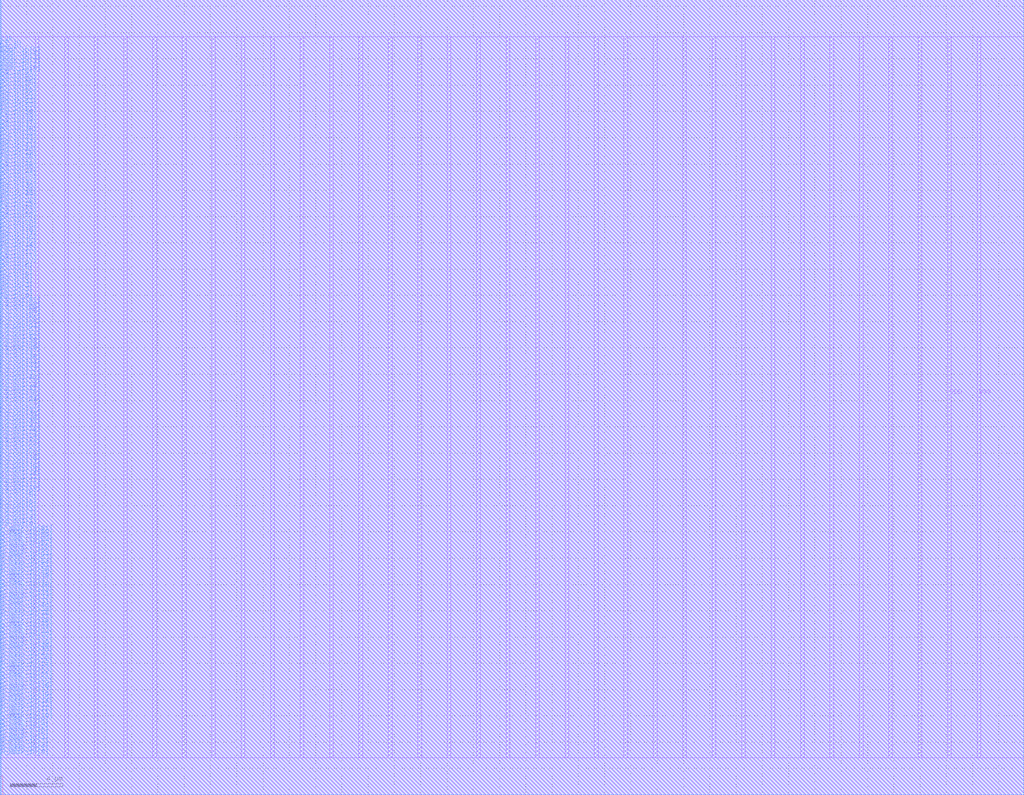
<source format=lef>
VERSION 5.7 ;
BUSBITCHARS "[]" ;
MACRO fakeram45_64x62_bottom
  FOREIGN fakeram45_64x62_bottom 0 0 ;
  SYMMETRY X Y R90 ;
  SIZE 0.19 BY 1.4 ;
  CLASS BLOCK ;
  PIN w_mask_in[0]
    DIRECTION INPUT ;
    USE SIGNAL ;
    SHAPE ABUTMENT ;
    PORT
      LAYER metal3 ;
      RECT 0.000 2.800 0.070 2.870 ;
    END
  END w_mask_in[0]
  PIN w_mask_in[1]
    DIRECTION INPUT ;
    USE SIGNAL ;
    SHAPE ABUTMENT ;
    PORT
      LAYER metal3 ;
      RECT 0.000 3.080 0.070 3.150 ;
    END
  END w_mask_in[1]
  PIN w_mask_in[2]
    DIRECTION INPUT ;
    USE SIGNAL ;
    SHAPE ABUTMENT ;
    PORT
      LAYER metal3 ;
      RECT 0.000 3.360 0.070 3.430 ;
    END
  END w_mask_in[2]
  PIN w_mask_in[3]
    DIRECTION INPUT ;
    USE SIGNAL ;
    SHAPE ABUTMENT ;
    PORT
      LAYER metal3 ;
      RECT 0.000 3.640 0.070 3.710 ;
    END
  END w_mask_in[3]
  PIN w_mask_in[4]
    DIRECTION INPUT ;
    USE SIGNAL ;
    SHAPE ABUTMENT ;
    PORT
      LAYER metal3 ;
      RECT 0.000 3.920 0.070 3.990 ;
    END
  END w_mask_in[4]
  PIN w_mask_in[5]
    DIRECTION INPUT ;
    USE SIGNAL ;
    SHAPE ABUTMENT ;
    PORT
      LAYER metal3 ;
      RECT 0.000 4.200 0.070 4.270 ;
    END
  END w_mask_in[5]
  PIN w_mask_in[6]
    DIRECTION INPUT ;
    USE SIGNAL ;
    SHAPE ABUTMENT ;
    PORT
      LAYER metal3 ;
      RECT 0.000 4.480 0.070 4.550 ;
    END
  END w_mask_in[6]
  PIN w_mask_in[7]
    DIRECTION INPUT ;
    USE SIGNAL ;
    SHAPE ABUTMENT ;
    PORT
      LAYER metal3 ;
      RECT 0.000 4.760 0.070 4.830 ;
    END
  END w_mask_in[7]
  PIN w_mask_in[8]
    DIRECTION INPUT ;
    USE SIGNAL ;
    SHAPE ABUTMENT ;
    PORT
      LAYER metal3 ;
      RECT 0.000 5.040 0.070 5.110 ;
    END
  END w_mask_in[8]
  PIN w_mask_in[9]
    DIRECTION INPUT ;
    USE SIGNAL ;
    SHAPE ABUTMENT ;
    PORT
      LAYER metal3 ;
      RECT 0.000 5.320 0.070 5.390 ;
    END
  END w_mask_in[9]
  PIN w_mask_in[10]
    DIRECTION INPUT ;
    USE SIGNAL ;
    SHAPE ABUTMENT ;
    PORT
      LAYER metal3 ;
      RECT 0.000 5.600 0.070 5.670 ;
    END
  END w_mask_in[10]
  PIN w_mask_in[11]
    DIRECTION INPUT ;
    USE SIGNAL ;
    SHAPE ABUTMENT ;
    PORT
      LAYER metal3 ;
      RECT 0.000 5.880 0.070 5.950 ;
    END
  END w_mask_in[11]
  PIN w_mask_in[12]
    DIRECTION INPUT ;
    USE SIGNAL ;
    SHAPE ABUTMENT ;
    PORT
      LAYER metal3 ;
      RECT 0.000 6.160 0.070 6.230 ;
    END
  END w_mask_in[12]
  PIN w_mask_in[13]
    DIRECTION INPUT ;
    USE SIGNAL ;
    SHAPE ABUTMENT ;
    PORT
      LAYER metal3 ;
      RECT 0.000 6.440 0.070 6.510 ;
    END
  END w_mask_in[13]
  PIN w_mask_in[14]
    DIRECTION INPUT ;
    USE SIGNAL ;
    SHAPE ABUTMENT ;
    PORT
      LAYER metal3 ;
      RECT 0.000 6.720 0.070 6.790 ;
    END
  END w_mask_in[14]
  PIN w_mask_in[15]
    DIRECTION INPUT ;
    USE SIGNAL ;
    SHAPE ABUTMENT ;
    PORT
      LAYER metal3 ;
      RECT 0.000 7.000 0.070 7.070 ;
    END
  END w_mask_in[15]
  PIN w_mask_in[16]
    DIRECTION INPUT ;
    USE SIGNAL ;
    SHAPE ABUTMENT ;
    PORT
      LAYER metal3 ;
      RECT 0.000 7.280 0.070 7.350 ;
    END
  END w_mask_in[16]
  PIN w_mask_in[17]
    DIRECTION INPUT ;
    USE SIGNAL ;
    SHAPE ABUTMENT ;
    PORT
      LAYER metal3 ;
      RECT 0.000 7.560 0.070 7.630 ;
    END
  END w_mask_in[17]
  PIN w_mask_in[18]
    DIRECTION INPUT ;
    USE SIGNAL ;
    SHAPE ABUTMENT ;
    PORT
      LAYER metal3 ;
      RECT 0.000 7.840 0.070 7.910 ;
    END
  END w_mask_in[18]
  PIN w_mask_in[19]
    DIRECTION INPUT ;
    USE SIGNAL ;
    SHAPE ABUTMENT ;
    PORT
      LAYER metal3 ;
      RECT 0.000 8.120 0.070 8.190 ;
    END
  END w_mask_in[19]
  PIN w_mask_in[20]
    DIRECTION INPUT ;
    USE SIGNAL ;
    SHAPE ABUTMENT ;
    PORT
      LAYER metal3 ;
      RECT 0.000 8.400 0.070 8.470 ;
    END
  END w_mask_in[20]
  PIN w_mask_in[21]
    DIRECTION INPUT ;
    USE SIGNAL ;
    SHAPE ABUTMENT ;
    PORT
      LAYER metal3 ;
      RECT 0.000 8.680 0.070 8.750 ;
    END
  END w_mask_in[21]
  PIN w_mask_in[22]
    DIRECTION INPUT ;
    USE SIGNAL ;
    SHAPE ABUTMENT ;
    PORT
      LAYER metal3 ;
      RECT 0.000 8.960 0.070 9.030 ;
    END
  END w_mask_in[22]
  PIN w_mask_in[23]
    DIRECTION INPUT ;
    USE SIGNAL ;
    SHAPE ABUTMENT ;
    PORT
      LAYER metal3 ;
      RECT 0.000 9.240 0.070 9.310 ;
    END
  END w_mask_in[23]
  PIN w_mask_in[24]
    DIRECTION INPUT ;
    USE SIGNAL ;
    SHAPE ABUTMENT ;
    PORT
      LAYER metal3 ;
      RECT 0.000 9.520 0.070 9.590 ;
    END
  END w_mask_in[24]
  PIN w_mask_in[25]
    DIRECTION INPUT ;
    USE SIGNAL ;
    SHAPE ABUTMENT ;
    PORT
      LAYER metal3 ;
      RECT 0.000 9.800 0.070 9.870 ;
    END
  END w_mask_in[25]
  PIN w_mask_in[26]
    DIRECTION INPUT ;
    USE SIGNAL ;
    SHAPE ABUTMENT ;
    PORT
      LAYER metal3 ;
      RECT 0.000 10.080 0.070 10.150 ;
    END
  END w_mask_in[26]
  PIN w_mask_in[27]
    DIRECTION INPUT ;
    USE SIGNAL ;
    SHAPE ABUTMENT ;
    PORT
      LAYER metal3 ;
      RECT 0.000 10.360 0.070 10.430 ;
    END
  END w_mask_in[27]
  PIN w_mask_in[28]
    DIRECTION INPUT ;
    USE SIGNAL ;
    SHAPE ABUTMENT ;
    PORT
      LAYER metal3 ;
      RECT 0.000 10.640 0.070 10.710 ;
    END
  END w_mask_in[28]
  PIN w_mask_in[29]
    DIRECTION INPUT ;
    USE SIGNAL ;
    SHAPE ABUTMENT ;
    PORT
      LAYER metal3 ;
      RECT 0.000 10.920 0.070 10.990 ;
    END
  END w_mask_in[29]
  PIN w_mask_in[30]
    DIRECTION INPUT ;
    USE SIGNAL ;
    SHAPE ABUTMENT ;
    PORT
      LAYER metal3 ;
      RECT 0.000 11.200 0.070 11.270 ;
    END
  END w_mask_in[30]
  PIN w_mask_in[31]
    DIRECTION INPUT ;
    USE SIGNAL ;
    SHAPE ABUTMENT ;
    PORT
      LAYER metal3 ;
      RECT 0.000 11.480 0.070 11.550 ;
    END
  END w_mask_in[31]
  PIN w_mask_in[32]
    DIRECTION INPUT ;
    USE SIGNAL ;
    SHAPE ABUTMENT ;
    PORT
      LAYER metal3 ;
      RECT 0.000 11.760 0.070 11.830 ;
    END
  END w_mask_in[32]
  PIN w_mask_in[33]
    DIRECTION INPUT ;
    USE SIGNAL ;
    SHAPE ABUTMENT ;
    PORT
      LAYER metal3 ;
      RECT 0.000 12.040 0.070 12.110 ;
    END
  END w_mask_in[33]
  PIN w_mask_in[34]
    DIRECTION INPUT ;
    USE SIGNAL ;
    SHAPE ABUTMENT ;
    PORT
      LAYER metal3 ;
      RECT 0.000 12.320 0.070 12.390 ;
    END
  END w_mask_in[34]
  PIN w_mask_in[35]
    DIRECTION INPUT ;
    USE SIGNAL ;
    SHAPE ABUTMENT ;
    PORT
      LAYER metal3 ;
      RECT 0.000 12.600 0.070 12.670 ;
    END
  END w_mask_in[35]
  PIN w_mask_in[36]
    DIRECTION INPUT ;
    USE SIGNAL ;
    SHAPE ABUTMENT ;
    PORT
      LAYER metal3 ;
      RECT 0.000 12.880 0.070 12.950 ;
    END
  END w_mask_in[36]
  PIN w_mask_in[37]
    DIRECTION INPUT ;
    USE SIGNAL ;
    SHAPE ABUTMENT ;
    PORT
      LAYER metal3 ;
      RECT 0.000 13.160 0.070 13.230 ;
    END
  END w_mask_in[37]
  PIN w_mask_in[38]
    DIRECTION INPUT ;
    USE SIGNAL ;
    SHAPE ABUTMENT ;
    PORT
      LAYER metal3 ;
      RECT 0.000 13.440 0.070 13.510 ;
    END
  END w_mask_in[38]
  PIN w_mask_in[39]
    DIRECTION INPUT ;
    USE SIGNAL ;
    SHAPE ABUTMENT ;
    PORT
      LAYER metal3 ;
      RECT 0.000 13.720 0.070 13.790 ;
    END
  END w_mask_in[39]
  PIN w_mask_in[40]
    DIRECTION INPUT ;
    USE SIGNAL ;
    SHAPE ABUTMENT ;
    PORT
      LAYER metal3 ;
      RECT 0.000 14.000 0.070 14.070 ;
    END
  END w_mask_in[40]
  PIN w_mask_in[41]
    DIRECTION INPUT ;
    USE SIGNAL ;
    SHAPE ABUTMENT ;
    PORT
      LAYER metal3 ;
      RECT 0.000 14.280 0.070 14.350 ;
    END
  END w_mask_in[41]
  PIN w_mask_in[42]
    DIRECTION INPUT ;
    USE SIGNAL ;
    SHAPE ABUTMENT ;
    PORT
      LAYER metal3 ;
      RECT 0.000 14.560 0.070 14.630 ;
    END
  END w_mask_in[42]
  PIN w_mask_in[43]
    DIRECTION INPUT ;
    USE SIGNAL ;
    SHAPE ABUTMENT ;
    PORT
      LAYER metal3 ;
      RECT 0.000 14.840 0.070 14.910 ;
    END
  END w_mask_in[43]
  PIN w_mask_in[44]
    DIRECTION INPUT ;
    USE SIGNAL ;
    SHAPE ABUTMENT ;
    PORT
      LAYER metal3 ;
      RECT 0.000 15.120 0.070 15.190 ;
    END
  END w_mask_in[44]
  PIN w_mask_in[45]
    DIRECTION INPUT ;
    USE SIGNAL ;
    SHAPE ABUTMENT ;
    PORT
      LAYER metal3 ;
      RECT 0.000 15.400 0.070 15.470 ;
    END
  END w_mask_in[45]
  PIN w_mask_in[46]
    DIRECTION INPUT ;
    USE SIGNAL ;
    SHAPE ABUTMENT ;
    PORT
      LAYER metal3 ;
      RECT 0.000 15.680 0.070 15.750 ;
    END
  END w_mask_in[46]
  PIN w_mask_in[47]
    DIRECTION INPUT ;
    USE SIGNAL ;
    SHAPE ABUTMENT ;
    PORT
      LAYER metal3 ;
      RECT 0.000 15.960 0.070 16.030 ;
    END
  END w_mask_in[47]
  PIN w_mask_in[48]
    DIRECTION INPUT ;
    USE SIGNAL ;
    SHAPE ABUTMENT ;
    PORT
      LAYER metal3 ;
      RECT 0.000 16.240 0.070 16.310 ;
    END
  END w_mask_in[48]
  PIN w_mask_in[49]
    DIRECTION INPUT ;
    USE SIGNAL ;
    SHAPE ABUTMENT ;
    PORT
      LAYER metal3 ;
      RECT 0.000 16.520 0.070 16.590 ;
    END
  END w_mask_in[49]
  PIN w_mask_in[50]
    DIRECTION INPUT ;
    USE SIGNAL ;
    SHAPE ABUTMENT ;
    PORT
      LAYER metal3 ;
      RECT 0.000 16.800 0.070 16.870 ;
    END
  END w_mask_in[50]
  PIN w_mask_in[51]
    DIRECTION INPUT ;
    USE SIGNAL ;
    SHAPE ABUTMENT ;
    PORT
      LAYER metal3 ;
      RECT 0.000 17.080 0.070 17.150 ;
    END
  END w_mask_in[51]
  PIN w_mask_in[52]
    DIRECTION INPUT ;
    USE SIGNAL ;
    SHAPE ABUTMENT ;
    PORT
      LAYER metal3 ;
      RECT 0.000 17.360 0.070 17.430 ;
    END
  END w_mask_in[52]
  PIN w_mask_in[53]
    DIRECTION INPUT ;
    USE SIGNAL ;
    SHAPE ABUTMENT ;
    PORT
      LAYER metal3 ;
      RECT 0.000 17.640 0.070 17.710 ;
    END
  END w_mask_in[53]
  PIN w_mask_in[54]
    DIRECTION INPUT ;
    USE SIGNAL ;
    SHAPE ABUTMENT ;
    PORT
      LAYER metal3 ;
      RECT 0.000 17.920 0.070 17.990 ;
    END
  END w_mask_in[54]
  PIN w_mask_in[55]
    DIRECTION INPUT ;
    USE SIGNAL ;
    SHAPE ABUTMENT ;
    PORT
      LAYER metal3 ;
      RECT 0.000 18.200 0.070 18.270 ;
    END
  END w_mask_in[55]
  PIN w_mask_in[56]
    DIRECTION INPUT ;
    USE SIGNAL ;
    SHAPE ABUTMENT ;
    PORT
      LAYER metal3 ;
      RECT 0.000 18.480 0.070 18.550 ;
    END
  END w_mask_in[56]
  PIN w_mask_in[57]
    DIRECTION INPUT ;
    USE SIGNAL ;
    SHAPE ABUTMENT ;
    PORT
      LAYER metal3 ;
      RECT 0.000 18.760 0.070 18.830 ;
    END
  END w_mask_in[57]
  PIN w_mask_in[58]
    DIRECTION INPUT ;
    USE SIGNAL ;
    SHAPE ABUTMENT ;
    PORT
      LAYER metal3 ;
      RECT 0.000 19.040 0.070 19.110 ;
    END
  END w_mask_in[58]
  PIN w_mask_in[59]
    DIRECTION INPUT ;
    USE SIGNAL ;
    SHAPE ABUTMENT ;
    PORT
      LAYER metal3 ;
      RECT 0.000 19.320 0.070 19.390 ;
    END
  END w_mask_in[59]
  PIN w_mask_in[60]
    DIRECTION INPUT ;
    USE SIGNAL ;
    SHAPE ABUTMENT ;
    PORT
      LAYER metal3 ;
      RECT 0.000 19.600 0.070 19.670 ;
    END
  END w_mask_in[60]
  PIN w_mask_in[61]
    DIRECTION INPUT ;
    USE SIGNAL ;
    SHAPE ABUTMENT ;
    PORT
      LAYER metal3 ;
      RECT 0.000 19.880 0.070 19.950 ;
    END
  END w_mask_in[61]
  PIN rd_out[0]
    DIRECTION OUTPUT ;
    USE SIGNAL ;
    SHAPE ABUTMENT ;
    PORT
      LAYER metal3 ;
      RECT 0.000 20.160 0.070 20.230 ;
    END
  END rd_out[0]
  PIN rd_out[1]
    DIRECTION OUTPUT ;
    USE SIGNAL ;
    SHAPE ABUTMENT ;
    PORT
      LAYER metal3 ;
      RECT 0.000 20.440 0.070 20.510 ;
    END
  END rd_out[1]
  PIN rd_out[2]
    DIRECTION OUTPUT ;
    USE SIGNAL ;
    SHAPE ABUTMENT ;
    PORT
      LAYER metal3 ;
      RECT 0.000 20.720 0.070 20.790 ;
    END
  END rd_out[2]
  PIN rd_out[3]
    DIRECTION OUTPUT ;
    USE SIGNAL ;
    SHAPE ABUTMENT ;
    PORT
      LAYER metal3 ;
      RECT 0.000 21.000 0.070 21.070 ;
    END
  END rd_out[3]
  PIN rd_out[4]
    DIRECTION OUTPUT ;
    USE SIGNAL ;
    SHAPE ABUTMENT ;
    PORT
      LAYER metal3 ;
      RECT 0.000 21.280 0.070 21.350 ;
    END
  END rd_out[4]
  PIN rd_out[5]
    DIRECTION OUTPUT ;
    USE SIGNAL ;
    SHAPE ABUTMENT ;
    PORT
      LAYER metal3 ;
      RECT 0.000 21.560 0.070 21.630 ;
    END
  END rd_out[5]
  PIN rd_out[6]
    DIRECTION OUTPUT ;
    USE SIGNAL ;
    SHAPE ABUTMENT ;
    PORT
      LAYER metal3 ;
      RECT 0.000 21.840 0.070 21.910 ;
    END
  END rd_out[6]
  PIN rd_out[7]
    DIRECTION OUTPUT ;
    USE SIGNAL ;
    SHAPE ABUTMENT ;
    PORT
      LAYER metal3 ;
      RECT 0.000 22.120 0.070 22.190 ;
    END
  END rd_out[7]
  PIN rd_out[8]
    DIRECTION OUTPUT ;
    USE SIGNAL ;
    SHAPE ABUTMENT ;
    PORT
      LAYER metal3 ;
      RECT 0.000 22.400 0.070 22.470 ;
    END
  END rd_out[8]
  PIN rd_out[9]
    DIRECTION OUTPUT ;
    USE SIGNAL ;
    SHAPE ABUTMENT ;
    PORT
      LAYER metal3 ;
      RECT 0.000 22.680 0.070 22.750 ;
    END
  END rd_out[9]
  PIN rd_out[10]
    DIRECTION OUTPUT ;
    USE SIGNAL ;
    SHAPE ABUTMENT ;
    PORT
      LAYER metal3 ;
      RECT 0.000 22.960 0.070 23.030 ;
    END
  END rd_out[10]
  PIN rd_out[11]
    DIRECTION OUTPUT ;
    USE SIGNAL ;
    SHAPE ABUTMENT ;
    PORT
      LAYER metal3 ;
      RECT 0.000 23.240 0.070 23.310 ;
    END
  END rd_out[11]
  PIN rd_out[12]
    DIRECTION OUTPUT ;
    USE SIGNAL ;
    SHAPE ABUTMENT ;
    PORT
      LAYER metal3 ;
      RECT 0.000 23.520 0.070 23.590 ;
    END
  END rd_out[12]
  PIN rd_out[13]
    DIRECTION OUTPUT ;
    USE SIGNAL ;
    SHAPE ABUTMENT ;
    PORT
      LAYER metal3 ;
      RECT 0.000 23.800 0.070 23.870 ;
    END
  END rd_out[13]
  PIN rd_out[14]
    DIRECTION OUTPUT ;
    USE SIGNAL ;
    SHAPE ABUTMENT ;
    PORT
      LAYER metal3 ;
      RECT 0.000 24.080 0.070 24.150 ;
    END
  END rd_out[14]
  PIN rd_out[15]
    DIRECTION OUTPUT ;
    USE SIGNAL ;
    SHAPE ABUTMENT ;
    PORT
      LAYER metal3 ;
      RECT 0.000 24.360 0.070 24.430 ;
    END
  END rd_out[15]
  PIN rd_out[16]
    DIRECTION OUTPUT ;
    USE SIGNAL ;
    SHAPE ABUTMENT ;
    PORT
      LAYER metal3 ;
      RECT 0.000 24.640 0.070 24.710 ;
    END
  END rd_out[16]
  PIN rd_out[17]
    DIRECTION OUTPUT ;
    USE SIGNAL ;
    SHAPE ABUTMENT ;
    PORT
      LAYER metal3 ;
      RECT 0.000 24.920 0.070 24.990 ;
    END
  END rd_out[17]
  PIN rd_out[18]
    DIRECTION OUTPUT ;
    USE SIGNAL ;
    SHAPE ABUTMENT ;
    PORT
      LAYER metal3 ;
      RECT 0.000 25.200 0.070 25.270 ;
    END
  END rd_out[18]
  PIN rd_out[19]
    DIRECTION OUTPUT ;
    USE SIGNAL ;
    SHAPE ABUTMENT ;
    PORT
      LAYER metal3 ;
      RECT 0.000 25.480 0.070 25.550 ;
    END
  END rd_out[19]
  PIN rd_out[20]
    DIRECTION OUTPUT ;
    USE SIGNAL ;
    SHAPE ABUTMENT ;
    PORT
      LAYER metal3 ;
      RECT 0.000 25.760 0.070 25.830 ;
    END
  END rd_out[20]
  PIN rd_out[21]
    DIRECTION OUTPUT ;
    USE SIGNAL ;
    SHAPE ABUTMENT ;
    PORT
      LAYER metal3 ;
      RECT 0.000 26.040 0.070 26.110 ;
    END
  END rd_out[21]
  PIN rd_out[22]
    DIRECTION OUTPUT ;
    USE SIGNAL ;
    SHAPE ABUTMENT ;
    PORT
      LAYER metal3 ;
      RECT 0.000 26.320 0.070 26.390 ;
    END
  END rd_out[22]
  PIN rd_out[23]
    DIRECTION OUTPUT ;
    USE SIGNAL ;
    SHAPE ABUTMENT ;
    PORT
      LAYER metal3 ;
      RECT 0.000 26.600 0.070 26.670 ;
    END
  END rd_out[23]
  PIN rd_out[24]
    DIRECTION OUTPUT ;
    USE SIGNAL ;
    SHAPE ABUTMENT ;
    PORT
      LAYER metal3 ;
      RECT 0.000 26.880 0.070 26.950 ;
    END
  END rd_out[24]
  PIN rd_out[25]
    DIRECTION OUTPUT ;
    USE SIGNAL ;
    SHAPE ABUTMENT ;
    PORT
      LAYER metal3 ;
      RECT 0.000 27.160 0.070 27.230 ;
    END
  END rd_out[25]
  PIN rd_out[26]
    DIRECTION OUTPUT ;
    USE SIGNAL ;
    SHAPE ABUTMENT ;
    PORT
      LAYER metal3 ;
      RECT 0.000 27.440 0.070 27.510 ;
    END
  END rd_out[26]
  PIN rd_out[27]
    DIRECTION OUTPUT ;
    USE SIGNAL ;
    SHAPE ABUTMENT ;
    PORT
      LAYER metal3 ;
      RECT 0.000 27.720 0.070 27.790 ;
    END
  END rd_out[27]
  PIN rd_out[28]
    DIRECTION OUTPUT ;
    USE SIGNAL ;
    SHAPE ABUTMENT ;
    PORT
      LAYER metal3 ;
      RECT 0.000 28.000 0.070 28.070 ;
    END
  END rd_out[28]
  PIN rd_out[29]
    DIRECTION OUTPUT ;
    USE SIGNAL ;
    SHAPE ABUTMENT ;
    PORT
      LAYER metal3 ;
      RECT 0.000 28.280 0.070 28.350 ;
    END
  END rd_out[29]
  PIN rd_out[30]
    DIRECTION OUTPUT ;
    USE SIGNAL ;
    SHAPE ABUTMENT ;
    PORT
      LAYER metal3 ;
      RECT 0.000 28.560 0.070 28.630 ;
    END
  END rd_out[30]
  PIN rd_out[31]
    DIRECTION OUTPUT ;
    USE SIGNAL ;
    SHAPE ABUTMENT ;
    PORT
      LAYER metal3 ;
      RECT 0.000 28.840 0.070 28.910 ;
    END
  END rd_out[31]
  PIN rd_out[32]
    DIRECTION OUTPUT ;
    USE SIGNAL ;
    SHAPE ABUTMENT ;
    PORT
      LAYER metal3 ;
      RECT 0.000 29.120 0.070 29.190 ;
    END
  END rd_out[32]
  PIN rd_out[33]
    DIRECTION OUTPUT ;
    USE SIGNAL ;
    SHAPE ABUTMENT ;
    PORT
      LAYER metal3 ;
      RECT 0.000 29.400 0.070 29.470 ;
    END
  END rd_out[33]
  PIN rd_out[34]
    DIRECTION OUTPUT ;
    USE SIGNAL ;
    SHAPE ABUTMENT ;
    PORT
      LAYER metal3 ;
      RECT 0.000 29.680 0.070 29.750 ;
    END
  END rd_out[34]
  PIN rd_out[35]
    DIRECTION OUTPUT ;
    USE SIGNAL ;
    SHAPE ABUTMENT ;
    PORT
      LAYER metal3 ;
      RECT 0.000 29.960 0.070 30.030 ;
    END
  END rd_out[35]
  PIN rd_out[36]
    DIRECTION OUTPUT ;
    USE SIGNAL ;
    SHAPE ABUTMENT ;
    PORT
      LAYER metal3 ;
      RECT 0.000 30.240 0.070 30.310 ;
    END
  END rd_out[36]
  PIN rd_out[37]
    DIRECTION OUTPUT ;
    USE SIGNAL ;
    SHAPE ABUTMENT ;
    PORT
      LAYER metal3 ;
      RECT 0.000 30.520 0.070 30.590 ;
    END
  END rd_out[37]
  PIN rd_out[38]
    DIRECTION OUTPUT ;
    USE SIGNAL ;
    SHAPE ABUTMENT ;
    PORT
      LAYER metal3 ;
      RECT 0.000 30.800 0.070 30.870 ;
    END
  END rd_out[38]
  PIN rd_out[39]
    DIRECTION OUTPUT ;
    USE SIGNAL ;
    SHAPE ABUTMENT ;
    PORT
      LAYER metal3 ;
      RECT 0.000 31.080 0.070 31.150 ;
    END
  END rd_out[39]
  PIN rd_out[40]
    DIRECTION OUTPUT ;
    USE SIGNAL ;
    SHAPE ABUTMENT ;
    PORT
      LAYER metal3 ;
      RECT 0.000 31.360 0.070 31.430 ;
    END
  END rd_out[40]
  PIN rd_out[41]
    DIRECTION OUTPUT ;
    USE SIGNAL ;
    SHAPE ABUTMENT ;
    PORT
      LAYER metal3 ;
      RECT 0.000 31.640 0.070 31.710 ;
    END
  END rd_out[41]
  PIN rd_out[42]
    DIRECTION OUTPUT ;
    USE SIGNAL ;
    SHAPE ABUTMENT ;
    PORT
      LAYER metal3 ;
      RECT 0.000 31.920 0.070 31.990 ;
    END
  END rd_out[42]
  PIN rd_out[43]
    DIRECTION OUTPUT ;
    USE SIGNAL ;
    SHAPE ABUTMENT ;
    PORT
      LAYER metal3 ;
      RECT 0.000 32.200 0.070 32.270 ;
    END
  END rd_out[43]
  PIN rd_out[44]
    DIRECTION OUTPUT ;
    USE SIGNAL ;
    SHAPE ABUTMENT ;
    PORT
      LAYER metal3 ;
      RECT 0.000 32.480 0.070 32.550 ;
    END
  END rd_out[44]
  PIN rd_out[45]
    DIRECTION OUTPUT ;
    USE SIGNAL ;
    SHAPE ABUTMENT ;
    PORT
      LAYER metal3 ;
      RECT 0.000 32.760 0.070 32.830 ;
    END
  END rd_out[45]
  PIN rd_out[46]
    DIRECTION OUTPUT ;
    USE SIGNAL ;
    SHAPE ABUTMENT ;
    PORT
      LAYER metal3 ;
      RECT 0.000 33.040 0.070 33.110 ;
    END
  END rd_out[46]
  PIN rd_out[47]
    DIRECTION OUTPUT ;
    USE SIGNAL ;
    SHAPE ABUTMENT ;
    PORT
      LAYER metal3 ;
      RECT 0.000 33.320 0.070 33.390 ;
    END
  END rd_out[47]
  PIN rd_out[48]
    DIRECTION OUTPUT ;
    USE SIGNAL ;
    SHAPE ABUTMENT ;
    PORT
      LAYER metal3 ;
      RECT 0.000 33.600 0.070 33.670 ;
    END
  END rd_out[48]
  PIN rd_out[49]
    DIRECTION OUTPUT ;
    USE SIGNAL ;
    SHAPE ABUTMENT ;
    PORT
      LAYER metal3 ;
      RECT 0.000 33.880 0.070 33.950 ;
    END
  END rd_out[49]
  PIN rd_out[50]
    DIRECTION OUTPUT ;
    USE SIGNAL ;
    SHAPE ABUTMENT ;
    PORT
      LAYER metal3 ;
      RECT 0.000 34.160 0.070 34.230 ;
    END
  END rd_out[50]
  PIN rd_out[51]
    DIRECTION OUTPUT ;
    USE SIGNAL ;
    SHAPE ABUTMENT ;
    PORT
      LAYER metal3 ;
      RECT 0.000 34.440 0.070 34.510 ;
    END
  END rd_out[51]
  PIN rd_out[52]
    DIRECTION OUTPUT ;
    USE SIGNAL ;
    SHAPE ABUTMENT ;
    PORT
      LAYER metal3 ;
      RECT 0.000 34.720 0.070 34.790 ;
    END
  END rd_out[52]
  PIN rd_out[53]
    DIRECTION OUTPUT ;
    USE SIGNAL ;
    SHAPE ABUTMENT ;
    PORT
      LAYER metal3 ;
      RECT 0.000 35.000 0.070 35.070 ;
    END
  END rd_out[53]
  PIN rd_out[54]
    DIRECTION OUTPUT ;
    USE SIGNAL ;
    SHAPE ABUTMENT ;
    PORT
      LAYER metal3 ;
      RECT 0.000 35.280 0.070 35.350 ;
    END
  END rd_out[54]
  PIN rd_out[55]
    DIRECTION OUTPUT ;
    USE SIGNAL ;
    SHAPE ABUTMENT ;
    PORT
      LAYER metal3 ;
      RECT 0.000 35.560 0.070 35.630 ;
    END
  END rd_out[55]
  PIN rd_out[56]
    DIRECTION OUTPUT ;
    USE SIGNAL ;
    SHAPE ABUTMENT ;
    PORT
      LAYER metal3 ;
      RECT 0.000 35.840 0.070 35.910 ;
    END
  END rd_out[56]
  PIN rd_out[57]
    DIRECTION OUTPUT ;
    USE SIGNAL ;
    SHAPE ABUTMENT ;
    PORT
      LAYER metal3 ;
      RECT 0.000 36.120 0.070 36.190 ;
    END
  END rd_out[57]
  PIN rd_out[58]
    DIRECTION OUTPUT ;
    USE SIGNAL ;
    SHAPE ABUTMENT ;
    PORT
      LAYER metal3 ;
      RECT 0.000 36.400 0.070 36.470 ;
    END
  END rd_out[58]
  PIN rd_out[59]
    DIRECTION OUTPUT ;
    USE SIGNAL ;
    SHAPE ABUTMENT ;
    PORT
      LAYER metal3 ;
      RECT 0.000 36.680 0.070 36.750 ;
    END
  END rd_out[59]
  PIN rd_out[60]
    DIRECTION OUTPUT ;
    USE SIGNAL ;
    SHAPE ABUTMENT ;
    PORT
      LAYER metal3 ;
      RECT 0.000 36.960 0.070 37.030 ;
    END
  END rd_out[60]
  PIN rd_out[61]
    DIRECTION OUTPUT ;
    USE SIGNAL ;
    SHAPE ABUTMENT ;
    PORT
      LAYER metal3 ;
      RECT 0.000 37.240 0.070 37.310 ;
    END
  END rd_out[61]
  PIN wd_in[0]
    DIRECTION INPUT ;
    USE SIGNAL ;
    SHAPE ABUTMENT ;
    PORT
      LAYER metal3 ;
      RECT 0.000 37.520 0.070 37.590 ;
    END
  END wd_in[0]
  PIN wd_in[1]
    DIRECTION INPUT ;
    USE SIGNAL ;
    SHAPE ABUTMENT ;
    PORT
      LAYER metal3 ;
      RECT 0.000 37.800 0.070 37.870 ;
    END
  END wd_in[1]
  PIN wd_in[2]
    DIRECTION INPUT ;
    USE SIGNAL ;
    SHAPE ABUTMENT ;
    PORT
      LAYER metal3 ;
      RECT 0.000 38.080 0.070 38.150 ;
    END
  END wd_in[2]
  PIN wd_in[3]
    DIRECTION INPUT ;
    USE SIGNAL ;
    SHAPE ABUTMENT ;
    PORT
      LAYER metal3 ;
      RECT 0.000 38.360 0.070 38.430 ;
    END
  END wd_in[3]
  PIN wd_in[4]
    DIRECTION INPUT ;
    USE SIGNAL ;
    SHAPE ABUTMENT ;
    PORT
      LAYER metal3 ;
      RECT 0.000 38.640 0.070 38.710 ;
    END
  END wd_in[4]
  PIN wd_in[5]
    DIRECTION INPUT ;
    USE SIGNAL ;
    SHAPE ABUTMENT ;
    PORT
      LAYER metal3 ;
      RECT 0.000 38.920 0.070 38.990 ;
    END
  END wd_in[5]
  PIN wd_in[6]
    DIRECTION INPUT ;
    USE SIGNAL ;
    SHAPE ABUTMENT ;
    PORT
      LAYER metal3 ;
      RECT 0.000 39.200 0.070 39.270 ;
    END
  END wd_in[6]
  PIN wd_in[7]
    DIRECTION INPUT ;
    USE SIGNAL ;
    SHAPE ABUTMENT ;
    PORT
      LAYER metal3 ;
      RECT 0.000 39.480 0.070 39.550 ;
    END
  END wd_in[7]
  PIN wd_in[8]
    DIRECTION INPUT ;
    USE SIGNAL ;
    SHAPE ABUTMENT ;
    PORT
      LAYER metal3 ;
      RECT 0.000 39.760 0.070 39.830 ;
    END
  END wd_in[8]
  PIN wd_in[9]
    DIRECTION INPUT ;
    USE SIGNAL ;
    SHAPE ABUTMENT ;
    PORT
      LAYER metal3 ;
      RECT 0.000 40.040 0.070 40.110 ;
    END
  END wd_in[9]
  PIN wd_in[10]
    DIRECTION INPUT ;
    USE SIGNAL ;
    SHAPE ABUTMENT ;
    PORT
      LAYER metal3 ;
      RECT 0.000 40.320 0.070 40.390 ;
    END
  END wd_in[10]
  PIN wd_in[11]
    DIRECTION INPUT ;
    USE SIGNAL ;
    SHAPE ABUTMENT ;
    PORT
      LAYER metal3 ;
      RECT 0.000 40.600 0.070 40.670 ;
    END
  END wd_in[11]
  PIN wd_in[12]
    DIRECTION INPUT ;
    USE SIGNAL ;
    SHAPE ABUTMENT ;
    PORT
      LAYER metal3 ;
      RECT 0.000 40.880 0.070 40.950 ;
    END
  END wd_in[12]
  PIN wd_in[13]
    DIRECTION INPUT ;
    USE SIGNAL ;
    SHAPE ABUTMENT ;
    PORT
      LAYER metal3 ;
      RECT 0.000 41.160 0.070 41.230 ;
    END
  END wd_in[13]
  PIN wd_in[14]
    DIRECTION INPUT ;
    USE SIGNAL ;
    SHAPE ABUTMENT ;
    PORT
      LAYER metal3 ;
      RECT 0.000 41.440 0.070 41.510 ;
    END
  END wd_in[14]
  PIN wd_in[15]
    DIRECTION INPUT ;
    USE SIGNAL ;
    SHAPE ABUTMENT ;
    PORT
      LAYER metal3 ;
      RECT 0.000 41.720 0.070 41.790 ;
    END
  END wd_in[15]
  PIN wd_in[16]
    DIRECTION INPUT ;
    USE SIGNAL ;
    SHAPE ABUTMENT ;
    PORT
      LAYER metal3 ;
      RECT 0.000 42.000 0.070 42.070 ;
    END
  END wd_in[16]
  PIN wd_in[17]
    DIRECTION INPUT ;
    USE SIGNAL ;
    SHAPE ABUTMENT ;
    PORT
      LAYER metal3 ;
      RECT 0.000 42.280 0.070 42.350 ;
    END
  END wd_in[17]
  PIN wd_in[18]
    DIRECTION INPUT ;
    USE SIGNAL ;
    SHAPE ABUTMENT ;
    PORT
      LAYER metal3 ;
      RECT 0.000 42.560 0.070 42.630 ;
    END
  END wd_in[18]
  PIN wd_in[19]
    DIRECTION INPUT ;
    USE SIGNAL ;
    SHAPE ABUTMENT ;
    PORT
      LAYER metal3 ;
      RECT 0.000 42.840 0.070 42.910 ;
    END
  END wd_in[19]
  PIN wd_in[20]
    DIRECTION INPUT ;
    USE SIGNAL ;
    SHAPE ABUTMENT ;
    PORT
      LAYER metal3 ;
      RECT 0.000 43.120 0.070 43.190 ;
    END
  END wd_in[20]
  PIN wd_in[21]
    DIRECTION INPUT ;
    USE SIGNAL ;
    SHAPE ABUTMENT ;
    PORT
      LAYER metal3 ;
      RECT 0.000 43.400 0.070 43.470 ;
    END
  END wd_in[21]
  PIN wd_in[22]
    DIRECTION INPUT ;
    USE SIGNAL ;
    SHAPE ABUTMENT ;
    PORT
      LAYER metal3 ;
      RECT 0.000 43.680 0.070 43.750 ;
    END
  END wd_in[22]
  PIN wd_in[23]
    DIRECTION INPUT ;
    USE SIGNAL ;
    SHAPE ABUTMENT ;
    PORT
      LAYER metal3 ;
      RECT 0.000 43.960 0.070 44.030 ;
    END
  END wd_in[23]
  PIN wd_in[24]
    DIRECTION INPUT ;
    USE SIGNAL ;
    SHAPE ABUTMENT ;
    PORT
      LAYER metal3 ;
      RECT 0.000 44.240 0.070 44.310 ;
    END
  END wd_in[24]
  PIN wd_in[25]
    DIRECTION INPUT ;
    USE SIGNAL ;
    SHAPE ABUTMENT ;
    PORT
      LAYER metal3 ;
      RECT 0.000 44.520 0.070 44.590 ;
    END
  END wd_in[25]
  PIN wd_in[26]
    DIRECTION INPUT ;
    USE SIGNAL ;
    SHAPE ABUTMENT ;
    PORT
      LAYER metal3 ;
      RECT 0.000 44.800 0.070 44.870 ;
    END
  END wd_in[26]
  PIN wd_in[27]
    DIRECTION INPUT ;
    USE SIGNAL ;
    SHAPE ABUTMENT ;
    PORT
      LAYER metal3 ;
      RECT 0.000 45.080 0.070 45.150 ;
    END
  END wd_in[27]
  PIN wd_in[28]
    DIRECTION INPUT ;
    USE SIGNAL ;
    SHAPE ABUTMENT ;
    PORT
      LAYER metal3 ;
      RECT 0.000 45.360 0.070 45.430 ;
    END
  END wd_in[28]
  PIN wd_in[29]
    DIRECTION INPUT ;
    USE SIGNAL ;
    SHAPE ABUTMENT ;
    PORT
      LAYER metal3 ;
      RECT 0.000 45.640 0.070 45.710 ;
    END
  END wd_in[29]
  PIN wd_in[30]
    DIRECTION INPUT ;
    USE SIGNAL ;
    SHAPE ABUTMENT ;
    PORT
      LAYER metal3 ;
      RECT 0.000 45.920 0.070 45.990 ;
    END
  END wd_in[30]
  PIN wd_in[31]
    DIRECTION INPUT ;
    USE SIGNAL ;
    SHAPE ABUTMENT ;
    PORT
      LAYER metal3 ;
      RECT 0.000 46.200 0.070 46.270 ;
    END
  END wd_in[31]
  PIN wd_in[32]
    DIRECTION INPUT ;
    USE SIGNAL ;
    SHAPE ABUTMENT ;
    PORT
      LAYER metal3 ;
      RECT 0.000 46.480 0.070 46.550 ;
    END
  END wd_in[32]
  PIN wd_in[33]
    DIRECTION INPUT ;
    USE SIGNAL ;
    SHAPE ABUTMENT ;
    PORT
      LAYER metal3 ;
      RECT 0.000 46.760 0.070 46.830 ;
    END
  END wd_in[33]
  PIN wd_in[34]
    DIRECTION INPUT ;
    USE SIGNAL ;
    SHAPE ABUTMENT ;
    PORT
      LAYER metal3 ;
      RECT 0.000 47.040 0.070 47.110 ;
    END
  END wd_in[34]
  PIN wd_in[35]
    DIRECTION INPUT ;
    USE SIGNAL ;
    SHAPE ABUTMENT ;
    PORT
      LAYER metal3 ;
      RECT 0.000 47.320 0.070 47.390 ;
    END
  END wd_in[35]
  PIN wd_in[36]
    DIRECTION INPUT ;
    USE SIGNAL ;
    SHAPE ABUTMENT ;
    PORT
      LAYER metal3 ;
      RECT 0.000 47.600 0.070 47.670 ;
    END
  END wd_in[36]
  PIN wd_in[37]
    DIRECTION INPUT ;
    USE SIGNAL ;
    SHAPE ABUTMENT ;
    PORT
      LAYER metal3 ;
      RECT 0.000 47.880 0.070 47.950 ;
    END
  END wd_in[37]
  PIN wd_in[38]
    DIRECTION INPUT ;
    USE SIGNAL ;
    SHAPE ABUTMENT ;
    PORT
      LAYER metal3 ;
      RECT 0.000 48.160 0.070 48.230 ;
    END
  END wd_in[38]
  PIN wd_in[39]
    DIRECTION INPUT ;
    USE SIGNAL ;
    SHAPE ABUTMENT ;
    PORT
      LAYER metal3 ;
      RECT 0.000 48.440 0.070 48.510 ;
    END
  END wd_in[39]
  PIN wd_in[40]
    DIRECTION INPUT ;
    USE SIGNAL ;
    SHAPE ABUTMENT ;
    PORT
      LAYER metal3 ;
      RECT 0.000 48.720 0.070 48.790 ;
    END
  END wd_in[40]
  PIN wd_in[41]
    DIRECTION INPUT ;
    USE SIGNAL ;
    SHAPE ABUTMENT ;
    PORT
      LAYER metal3 ;
      RECT 0.000 49.000 0.070 49.070 ;
    END
  END wd_in[41]
  PIN wd_in[42]
    DIRECTION INPUT ;
    USE SIGNAL ;
    SHAPE ABUTMENT ;
    PORT
      LAYER metal3 ;
      RECT 0.000 49.280 0.070 49.350 ;
    END
  END wd_in[42]
  PIN wd_in[43]
    DIRECTION INPUT ;
    USE SIGNAL ;
    SHAPE ABUTMENT ;
    PORT
      LAYER metal3 ;
      RECT 0.000 49.560 0.070 49.630 ;
    END
  END wd_in[43]
  PIN wd_in[44]
    DIRECTION INPUT ;
    USE SIGNAL ;
    SHAPE ABUTMENT ;
    PORT
      LAYER metal3 ;
      RECT 0.000 49.840 0.070 49.910 ;
    END
  END wd_in[44]
  PIN wd_in[45]
    DIRECTION INPUT ;
    USE SIGNAL ;
    SHAPE ABUTMENT ;
    PORT
      LAYER metal3 ;
      RECT 0.000 50.120 0.070 50.190 ;
    END
  END wd_in[45]
  PIN wd_in[46]
    DIRECTION INPUT ;
    USE SIGNAL ;
    SHAPE ABUTMENT ;
    PORT
      LAYER metal3 ;
      RECT 0.000 50.400 0.070 50.470 ;
    END
  END wd_in[46]
  PIN wd_in[47]
    DIRECTION INPUT ;
    USE SIGNAL ;
    SHAPE ABUTMENT ;
    PORT
      LAYER metal3 ;
      RECT 0.000 50.680 0.070 50.750 ;
    END
  END wd_in[47]
  PIN wd_in[48]
    DIRECTION INPUT ;
    USE SIGNAL ;
    SHAPE ABUTMENT ;
    PORT
      LAYER metal3 ;
      RECT 0.000 50.960 0.070 51.030 ;
    END
  END wd_in[48]
  PIN wd_in[49]
    DIRECTION INPUT ;
    USE SIGNAL ;
    SHAPE ABUTMENT ;
    PORT
      LAYER metal3 ;
      RECT 0.000 51.240 0.070 51.310 ;
    END
  END wd_in[49]
  PIN wd_in[50]
    DIRECTION INPUT ;
    USE SIGNAL ;
    SHAPE ABUTMENT ;
    PORT
      LAYER metal3 ;
      RECT 0.000 51.520 0.070 51.590 ;
    END
  END wd_in[50]
  PIN wd_in[51]
    DIRECTION INPUT ;
    USE SIGNAL ;
    SHAPE ABUTMENT ;
    PORT
      LAYER metal3 ;
      RECT 0.000 51.800 0.070 51.870 ;
    END
  END wd_in[51]
  PIN wd_in[52]
    DIRECTION INPUT ;
    USE SIGNAL ;
    SHAPE ABUTMENT ;
    PORT
      LAYER metal3 ;
      RECT 0.000 52.080 0.070 52.150 ;
    END
  END wd_in[52]
  PIN wd_in[53]
    DIRECTION INPUT ;
    USE SIGNAL ;
    SHAPE ABUTMENT ;
    PORT
      LAYER metal3 ;
      RECT 0.000 52.360 0.070 52.430 ;
    END
  END wd_in[53]
  PIN wd_in[54]
    DIRECTION INPUT ;
    USE SIGNAL ;
    SHAPE ABUTMENT ;
    PORT
      LAYER metal3 ;
      RECT 0.000 52.640 0.070 52.710 ;
    END
  END wd_in[54]
  PIN wd_in[55]
    DIRECTION INPUT ;
    USE SIGNAL ;
    SHAPE ABUTMENT ;
    PORT
      LAYER metal3 ;
      RECT 0.000 52.920 0.070 52.990 ;
    END
  END wd_in[55]
  PIN wd_in[56]
    DIRECTION INPUT ;
    USE SIGNAL ;
    SHAPE ABUTMENT ;
    PORT
      LAYER metal3 ;
      RECT 0.000 53.200 0.070 53.270 ;
    END
  END wd_in[56]
  PIN wd_in[57]
    DIRECTION INPUT ;
    USE SIGNAL ;
    SHAPE ABUTMENT ;
    PORT
      LAYER metal3 ;
      RECT 0.000 53.480 0.070 53.550 ;
    END
  END wd_in[57]
  PIN wd_in[58]
    DIRECTION INPUT ;
    USE SIGNAL ;
    SHAPE ABUTMENT ;
    PORT
      LAYER metal3 ;
      RECT 0.000 53.760 0.070 53.830 ;
    END
  END wd_in[58]
  PIN wd_in[59]
    DIRECTION INPUT ;
    USE SIGNAL ;
    SHAPE ABUTMENT ;
    PORT
      LAYER metal3 ;
      RECT 0.000 54.040 0.070 54.110 ;
    END
  END wd_in[59]
  PIN wd_in[60]
    DIRECTION INPUT ;
    USE SIGNAL ;
    SHAPE ABUTMENT ;
    PORT
      LAYER metal3 ;
      RECT 0.000 54.320 0.070 54.390 ;
    END
  END wd_in[60]
  PIN wd_in[61]
    DIRECTION INPUT ;
    USE SIGNAL ;
    SHAPE ABUTMENT ;
    PORT
      LAYER metal3 ;
      RECT 0.000 54.600 0.070 54.670 ;
    END
  END wd_in[61]
  PIN addr_in[0]
    DIRECTION INPUT ;
    USE SIGNAL ;
    SHAPE ABUTMENT ;
    PORT
      LAYER metal3 ;
      RECT 0.000 54.880 0.070 54.950 ;
    END
  END addr_in[0]
  PIN addr_in[1]
    DIRECTION INPUT ;
    USE SIGNAL ;
    SHAPE ABUTMENT ;
    PORT
      LAYER metal3 ;
      RECT 0.000 55.160 0.070 55.230 ;
    END
  END addr_in[1]
  PIN addr_in[2]
    DIRECTION INPUT ;
    USE SIGNAL ;
    SHAPE ABUTMENT ;
    PORT
      LAYER metal3 ;
      RECT 0.000 55.440 0.070 55.510 ;
    END
  END addr_in[2]
  PIN addr_in[3]
    DIRECTION INPUT ;
    USE SIGNAL ;
    SHAPE ABUTMENT ;
    PORT
      LAYER metal3 ;
      RECT 0.000 55.720 0.070 55.790 ;
    END
  END addr_in[3]
  PIN addr_in[4]
    DIRECTION INPUT ;
    USE SIGNAL ;
    SHAPE ABUTMENT ;
    PORT
      LAYER metal3 ;
      RECT 0.000 56.000 0.070 56.070 ;
    END
  END addr_in[4]
  PIN addr_in[5]
    DIRECTION INPUT ;
    USE SIGNAL ;
    SHAPE ABUTMENT ;
    PORT
      LAYER metal3 ;
      RECT 0.000 56.280 0.070 56.350 ;
    END
  END addr_in[5]
  PIN we_in
    DIRECTION INPUT ;
    USE SIGNAL ;
    SHAPE ABUTMENT ;
    PORT
      LAYER metal3 ;
      RECT 0.000 56.560 0.070 56.630 ;
    END
  END we_in
  PIN ce_in
    DIRECTION INPUT ;
    USE SIGNAL ;
    SHAPE ABUTMENT ;
    PORT
      LAYER metal3 ;
      RECT 0.000 56.840 0.070 56.910 ;
    END
  END ce_in
  PIN clk
    DIRECTION INPUT ;
    USE SIGNAL ;
    SHAPE ABUTMENT ;
    PORT
      LAYER metal3 ;
      RECT 0.000 57.120 0.070 57.190 ;
    END
  END clk
  PIN VSS
    DIRECTION INOUT ;
    USE GROUND ;
    PORT
      LAYER metal17 ;
      RECT 2.660 2.800 2.940 57.700 ;
      RECT 7.140 2.800 7.420 57.700 ;
      RECT 11.620 2.800 11.900 57.700 ;
      RECT 16.100 2.800 16.380 57.700 ;
      RECT 20.580 2.800 20.860 57.700 ;
      RECT 25.060 2.800 25.340 57.700 ;
      RECT 29.540 2.800 29.820 57.700 ;
      RECT 34.020 2.800 34.300 57.700 ;
      RECT 38.500 2.800 38.780 57.700 ;
      RECT 42.980 2.800 43.260 57.700 ;
      RECT 47.460 2.800 47.740 57.700 ;
      RECT 51.940 2.800 52.220 57.700 ;
      RECT 56.420 2.800 56.700 57.700 ;
      RECT 60.900 2.800 61.180 57.700 ;
      RECT 65.380 2.800 65.660 57.700 ;
      RECT 69.860 2.800 70.140 57.700 ;
      RECT 74.340 2.800 74.620 57.700 ;
    END
  END VSS
  PIN VDD
    DIRECTION INOUT ;
    USE POWER ;
    PORT
      LAYER metal17 ;
      RECT 4.900 2.800 5.180 57.700 ;
      RECT 9.380 2.800 9.660 57.700 ;
      RECT 13.860 2.800 14.140 57.700 ;
      RECT 18.340 2.800 18.620 57.700 ;
      RECT 22.820 2.800 23.100 57.700 ;
      RECT 27.300 2.800 27.580 57.700 ;
      RECT 31.780 2.800 32.060 57.700 ;
      RECT 36.260 2.800 36.540 57.700 ;
      RECT 40.740 2.800 41.020 57.700 ;
      RECT 45.220 2.800 45.500 57.700 ;
      RECT 49.700 2.800 49.980 57.700 ;
      RECT 54.180 2.800 54.460 57.700 ;
      RECT 58.660 2.800 58.940 57.700 ;
      RECT 63.140 2.800 63.420 57.700 ;
      RECT 67.620 2.800 67.900 57.700 ;
      RECT 72.100 2.800 72.380 57.700 ;
    END
  END VDD
  OBS
    LAYER metal20 ;
    RECT 0 0 77.900 60.500 ;
    LAYER metal19 ;
    RECT 0 0 77.900 60.500 ;
    LAYER metal3 ;
    RECT 0.070 0 77.900 60.500 ;
    RECT 0 0.000 0.070 2.800 ;
    RECT 0 2.870 0.070 3.080 ;
    RECT 0 3.150 0.070 3.360 ;
    RECT 0 3.430 0.070 3.640 ;
    RECT 0 3.710 0.070 3.920 ;
    RECT 0 3.990 0.070 4.200 ;
    RECT 0 4.270 0.070 4.480 ;
    RECT 0 4.550 0.070 4.760 ;
    RECT 0 4.830 0.070 5.040 ;
    RECT 0 5.110 0.070 5.320 ;
    RECT 0 5.390 0.070 5.600 ;
    RECT 0 5.670 0.070 5.880 ;
    RECT 0 5.950 0.070 6.160 ;
    RECT 0 6.230 0.070 6.440 ;
    RECT 0 6.510 0.070 6.720 ;
    RECT 0 6.790 0.070 7.000 ;
    RECT 0 7.070 0.070 7.280 ;
    RECT 0 7.350 0.070 7.560 ;
    RECT 0 7.630 0.070 7.840 ;
    RECT 0 7.910 0.070 8.120 ;
    RECT 0 8.190 0.070 8.400 ;
    RECT 0 8.470 0.070 8.680 ;
    RECT 0 8.750 0.070 8.960 ;
    RECT 0 9.030 0.070 9.240 ;
    RECT 0 9.310 0.070 9.520 ;
    RECT 0 9.590 0.070 9.800 ;
    RECT 0 9.870 0.070 10.080 ;
    RECT 0 10.150 0.070 10.360 ;
    RECT 0 10.430 0.070 10.640 ;
    RECT 0 10.710 0.070 10.920 ;
    RECT 0 10.990 0.070 11.200 ;
    RECT 0 11.270 0.070 11.480 ;
    RECT 0 11.550 0.070 11.760 ;
    RECT 0 11.830 0.070 12.040 ;
    RECT 0 12.110 0.070 12.320 ;
    RECT 0 12.390 0.070 12.600 ;
    RECT 0 12.670 0.070 12.880 ;
    RECT 0 12.950 0.070 13.160 ;
    RECT 0 13.230 0.070 13.440 ;
    RECT 0 13.510 0.070 13.720 ;
    RECT 0 13.790 0.070 14.000 ;
    RECT 0 14.070 0.070 14.280 ;
    RECT 0 14.350 0.070 14.560 ;
    RECT 0 14.630 0.070 14.840 ;
    RECT 0 14.910 0.070 15.120 ;
    RECT 0 15.190 0.070 15.400 ;
    RECT 0 15.470 0.070 15.680 ;
    RECT 0 15.750 0.070 15.960 ;
    RECT 0 16.030 0.070 16.240 ;
    RECT 0 16.310 0.070 16.520 ;
    RECT 0 16.590 0.070 16.800 ;
    RECT 0 16.870 0.070 17.080 ;
    RECT 0 17.150 0.070 17.360 ;
    RECT 0 17.430 0.070 17.640 ;
    RECT 0 17.710 0.070 17.920 ;
    RECT 0 17.990 0.070 18.200 ;
    RECT 0 18.270 0.070 18.480 ;
    RECT 0 18.550 0.070 18.760 ;
    RECT 0 18.830 0.070 19.040 ;
    RECT 0 19.110 0.070 19.320 ;
    RECT 0 19.390 0.070 19.600 ;
    RECT 0 19.670 0.070 19.880 ;
    RECT 0 19.950 0.070 20.160 ;
    RECT 0 20.230 0.070 20.440 ;
    RECT 0 20.510 0.070 20.720 ;
    RECT 0 20.790 0.070 21.000 ;
    RECT 0 21.070 0.070 21.280 ;
    RECT 0 21.350 0.070 21.560 ;
    RECT 0 21.630 0.070 21.840 ;
    RECT 0 21.910 0.070 22.120 ;
    RECT 0 22.190 0.070 22.400 ;
    RECT 0 22.470 0.070 22.680 ;
    RECT 0 22.750 0.070 22.960 ;
    RECT 0 23.030 0.070 23.240 ;
    RECT 0 23.310 0.070 23.520 ;
    RECT 0 23.590 0.070 23.800 ;
    RECT 0 23.870 0.070 24.080 ;
    RECT 0 24.150 0.070 24.360 ;
    RECT 0 24.430 0.070 24.640 ;
    RECT 0 24.710 0.070 24.920 ;
    RECT 0 24.990 0.070 25.200 ;
    RECT 0 25.270 0.070 25.480 ;
    RECT 0 25.550 0.070 25.760 ;
    RECT 0 25.830 0.070 26.040 ;
    RECT 0 26.110 0.070 26.320 ;
    RECT 0 26.390 0.070 26.600 ;
    RECT 0 26.670 0.070 26.880 ;
    RECT 0 26.950 0.070 27.160 ;
    RECT 0 27.230 0.070 27.440 ;
    RECT 0 27.510 0.070 27.720 ;
    RECT 0 27.790 0.070 28.000 ;
    RECT 0 28.070 0.070 28.280 ;
    RECT 0 28.350 0.070 28.560 ;
    RECT 0 28.630 0.070 28.840 ;
    RECT 0 28.910 0.070 29.120 ;
    RECT 0 29.190 0.070 29.400 ;
    RECT 0 29.470 0.070 29.680 ;
    RECT 0 29.750 0.070 29.960 ;
    RECT 0 30.030 0.070 30.240 ;
    RECT 0 30.310 0.070 30.520 ;
    RECT 0 30.590 0.070 30.800 ;
    RECT 0 30.870 0.070 31.080 ;
    RECT 0 31.150 0.070 31.360 ;
    RECT 0 31.430 0.070 31.640 ;
    RECT 0 31.710 0.070 31.920 ;
    RECT 0 31.990 0.070 32.200 ;
    RECT 0 32.270 0.070 32.480 ;
    RECT 0 32.550 0.070 32.760 ;
    RECT 0 32.830 0.070 33.040 ;
    RECT 0 33.110 0.070 33.320 ;
    RECT 0 33.390 0.070 33.600 ;
    RECT 0 33.670 0.070 33.880 ;
    RECT 0 33.950 0.070 34.160 ;
    RECT 0 34.230 0.070 34.440 ;
    RECT 0 34.510 0.070 34.720 ;
    RECT 0 34.790 0.070 35.000 ;
    RECT 0 35.070 0.070 35.280 ;
    RECT 0 35.350 0.070 35.560 ;
    RECT 0 35.630 0.070 35.840 ;
    RECT 0 35.910 0.070 36.120 ;
    RECT 0 36.190 0.070 36.400 ;
    RECT 0 36.470 0.070 36.680 ;
    RECT 0 36.750 0.070 36.960 ;
    RECT 0 37.030 0.070 37.240 ;
    RECT 0 37.310 0.070 37.520 ;
    RECT 0 37.590 0.070 37.800 ;
    RECT 0 37.870 0.070 38.080 ;
    RECT 0 38.150 0.070 38.360 ;
    RECT 0 38.430 0.070 38.640 ;
    RECT 0 38.710 0.070 38.920 ;
    RECT 0 38.990 0.070 39.200 ;
    RECT 0 39.270 0.070 39.480 ;
    RECT 0 39.550 0.070 39.760 ;
    RECT 0 39.830 0.070 40.040 ;
    RECT 0 40.110 0.070 40.320 ;
    RECT 0 40.390 0.070 40.600 ;
    RECT 0 40.670 0.070 40.880 ;
    RECT 0 40.950 0.070 41.160 ;
    RECT 0 41.230 0.070 41.440 ;
    RECT 0 41.510 0.070 41.720 ;
    RECT 0 41.790 0.070 42.000 ;
    RECT 0 42.070 0.070 42.280 ;
    RECT 0 42.350 0.070 42.560 ;
    RECT 0 42.630 0.070 42.840 ;
    RECT 0 42.910 0.070 43.120 ;
    RECT 0 43.190 0.070 43.400 ;
    RECT 0 43.470 0.070 43.680 ;
    RECT 0 43.750 0.070 43.960 ;
    RECT 0 44.030 0.070 44.240 ;
    RECT 0 44.310 0.070 44.520 ;
    RECT 0 44.590 0.070 44.800 ;
    RECT 0 44.870 0.070 45.080 ;
    RECT 0 45.150 0.070 45.360 ;
    RECT 0 45.430 0.070 45.640 ;
    RECT 0 45.710 0.070 45.920 ;
    RECT 0 45.990 0.070 46.200 ;
    RECT 0 46.270 0.070 46.480 ;
    RECT 0 46.550 0.070 46.760 ;
    RECT 0 46.830 0.070 47.040 ;
    RECT 0 47.110 0.070 47.320 ;
    RECT 0 47.390 0.070 47.600 ;
    RECT 0 47.670 0.070 47.880 ;
    RECT 0 47.950 0.070 48.160 ;
    RECT 0 48.230 0.070 48.440 ;
    RECT 0 48.510 0.070 48.720 ;
    RECT 0 48.790 0.070 49.000 ;
    RECT 0 49.070 0.070 49.280 ;
    RECT 0 49.350 0.070 49.560 ;
    RECT 0 49.630 0.070 49.840 ;
    RECT 0 49.910 0.070 50.120 ;
    RECT 0 50.190 0.070 50.400 ;
    RECT 0 50.470 0.070 50.680 ;
    RECT 0 50.750 0.070 50.960 ;
    RECT 0 51.030 0.070 51.240 ;
    RECT 0 51.310 0.070 51.520 ;
    RECT 0 51.590 0.070 51.800 ;
    RECT 0 51.870 0.070 52.080 ;
    RECT 0 52.150 0.070 52.360 ;
    RECT 0 52.430 0.070 52.640 ;
    RECT 0 52.710 0.070 52.920 ;
    RECT 0 52.990 0.070 53.200 ;
    RECT 0 53.270 0.070 53.480 ;
    RECT 0 53.550 0.070 53.760 ;
    RECT 0 53.830 0.070 54.040 ;
    RECT 0 54.110 0.070 54.320 ;
    RECT 0 54.390 0.070 54.600 ;
    RECT 0 54.670 0.070 54.880 ;
    RECT 0 54.950 0.070 55.160 ;
    RECT 0 55.230 0.070 55.440 ;
    RECT 0 55.510 0.070 55.720 ;
    RECT 0 55.790 0.070 56.000 ;
    RECT 0 56.070 0.070 56.280 ;
    RECT 0 56.350 0.070 56.560 ;
    RECT 0 56.630 0.070 56.840 ;
    RECT 0 56.910 0.070 57.120 ;
    RECT 0 57.190 0.070 60.500 ;
    LAYER metal17 ;
    RECT 0 0 77.900 2.800 ;
    RECT 0 57.700 77.900 60.500 ;
    RECT 0.000 2.800 2.660 57.700 ;
    RECT 2.940 2.800 4.900 57.700 ;
    RECT 5.180 2.800 7.140 57.700 ;
    RECT 7.420 2.800 9.380 57.700 ;
    RECT 9.660 2.800 11.620 57.700 ;
    RECT 11.900 2.800 13.860 57.700 ;
    RECT 14.140 2.800 16.100 57.700 ;
    RECT 16.380 2.800 18.340 57.700 ;
    RECT 18.620 2.800 20.580 57.700 ;
    RECT 20.860 2.800 22.820 57.700 ;
    RECT 23.100 2.800 25.060 57.700 ;
    RECT 25.340 2.800 27.300 57.700 ;
    RECT 27.580 2.800 29.540 57.700 ;
    RECT 29.820 2.800 31.780 57.700 ;
    RECT 32.060 2.800 34.020 57.700 ;
    RECT 34.300 2.800 36.260 57.700 ;
    RECT 36.540 2.800 38.500 57.700 ;
    RECT 38.780 2.800 40.740 57.700 ;
    RECT 41.020 2.800 42.980 57.700 ;
    RECT 43.260 2.800 45.220 57.700 ;
    RECT 45.500 2.800 47.460 57.700 ;
    RECT 47.740 2.800 49.700 57.700 ;
    RECT 49.980 2.800 51.940 57.700 ;
    RECT 52.220 2.800 54.180 57.700 ;
    RECT 54.460 2.800 56.420 57.700 ;
    RECT 56.700 2.800 58.660 57.700 ;
    RECT 58.940 2.800 60.900 57.700 ;
    RECT 61.180 2.800 63.140 57.700 ;
    RECT 63.420 2.800 65.380 57.700 ;
    RECT 65.660 2.800 67.620 57.700 ;
    RECT 67.900 2.800 69.860 57.700 ;
    RECT 70.140 2.800 72.100 57.700 ;
    RECT 72.380 2.800 74.340 57.700 ;
    RECT 74.620 2.800 77.900 57.700 ;
  END
END fakeram45_64x62_bottom

END LIBRARY

</source>
